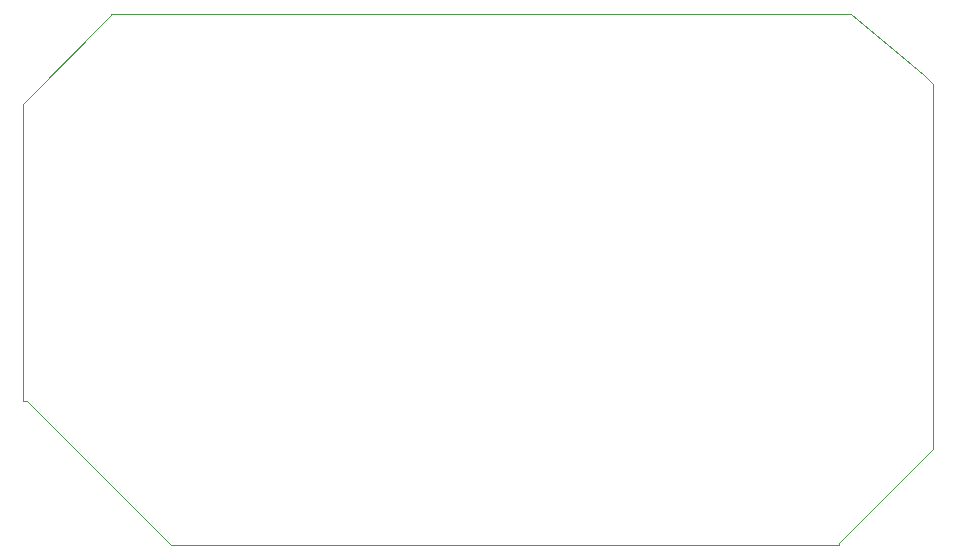
<source format=gbr>
%TF.GenerationSoftware,Altium Limited,Altium Designer,25.8.1 (18)*%
G04 Layer_Color=0*
%FSLAX45Y45*%
%MOMM*%
%TF.SameCoordinates,A03D5229-0D84-416C-82DE-D2F162E989C3*%
%TF.FilePolarity,Positive*%
%TF.FileFunction,Profile,NP*%
%TF.Part,Single*%
G01*
G75*
%TA.AperFunction,Profile*%
%ADD38C,0.02540*%
D38*
X6400800Y8534400D02*
Y8521700D01*
X5651500Y7772400D01*
Y5257800D01*
X5689600D01*
X6908800Y4038600D01*
X12560300D01*
Y4051300D01*
X13360400Y4851400D01*
Y7937500D01*
X13284200Y8013700D01*
X12661900Y8534400D01*
X6400800D01*
%TF.MD5,49edc90de4a35073061b26c1495b59cd*%
M02*

</source>
